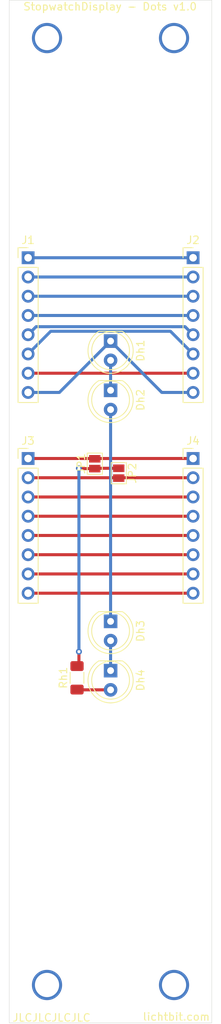
<source format=kicad_pcb>
(kicad_pcb (version 20171130) (host pcbnew 5.1.7-a382d34a8~87~ubuntu20.04.1)

  (general
    (thickness 1.6)
    (drawings 8)
    (tracks 47)
    (zones 0)
    (modules 11)
    (nets 22)
  )

  (page A4)
  (layers
    (0 F.Cu signal)
    (31 B.Cu signal)
    (32 B.Adhes user)
    (33 F.Adhes user)
    (34 B.Paste user)
    (35 F.Paste user)
    (36 B.SilkS user)
    (37 F.SilkS user)
    (38 B.Mask user)
    (39 F.Mask user)
    (40 Dwgs.User user)
    (41 Cmts.User user)
    (42 Eco1.User user)
    (43 Eco2.User user)
    (44 Edge.Cuts user)
    (45 Margin user)
    (46 B.CrtYd user)
    (47 F.CrtYd user)
    (48 B.Fab user)
    (49 F.Fab user)
  )

  (setup
    (last_trace_width 0.25)
    (user_trace_width 0.4)
    (trace_clearance 0.2)
    (zone_clearance 0.508)
    (zone_45_only no)
    (trace_min 0.2)
    (via_size 0.8)
    (via_drill 0.4)
    (via_min_size 0.4)
    (via_min_drill 0.3)
    (uvia_size 0.3)
    (uvia_drill 0.1)
    (uvias_allowed no)
    (uvia_min_size 0.2)
    (uvia_min_drill 0.1)
    (edge_width 0.05)
    (segment_width 0.2)
    (pcb_text_width 0.3)
    (pcb_text_size 1.5 1.5)
    (mod_edge_width 0.12)
    (mod_text_size 1 1)
    (mod_text_width 0.15)
    (pad_size 1.524 1.524)
    (pad_drill 0.762)
    (pad_to_mask_clearance 0.05)
    (aux_axis_origin 0 0)
    (visible_elements FFFDEFFF)
    (pcbplotparams
      (layerselection 0x010fc_ffffffff)
      (usegerberextensions false)
      (usegerberattributes true)
      (usegerberadvancedattributes true)
      (creategerberjobfile true)
      (excludeedgelayer true)
      (linewidth 0.100000)
      (plotframeref false)
      (viasonmask false)
      (mode 1)
      (useauxorigin false)
      (hpglpennumber 1)
      (hpglpenspeed 20)
      (hpglpendiameter 15.000000)
      (psnegative false)
      (psa4output false)
      (plotreference true)
      (plotvalue true)
      (plotinvisibletext false)
      (padsonsilk false)
      (subtractmaskfromsilk false)
      (outputformat 1)
      (mirror false)
      (drillshape 0)
      (scaleselection 1)
      (outputdirectory "gerber/"))
  )

  (net 0 "")
  (net 1 "Net-(J3-Pad1)")
  (net 2 "Net-(J3-Pad2)")
  (net 3 "Net-(J3-Pad3)")
  (net 4 "Net-(J3-Pad4)")
  (net 5 "Net-(J3-Pad5)")
  (net 6 "Net-(J3-Pad6)")
  (net 7 "Net-(J3-Pad7)")
  (net 8 "Net-(J3-Pad8)")
  (net 9 "Net-(JP1-Pad1)")
  (net 10 "Net-(Dh1-Pad2)")
  (net 11 "Net-(Dh1-Pad1)")
  (net 12 "Net-(Dh2-Pad2)")
  (net 13 "Net-(Dh3-Pad2)")
  (net 14 "Net-(Dh4-Pad2)")
  (net 15 "Net-(J1-Pad7)")
  (net 16 "Net-(J1-Pad6)")
  (net 17 "Net-(J1-Pad5)")
  (net 18 "Net-(J1-Pad4)")
  (net 19 "Net-(J1-Pad3)")
  (net 20 "Net-(J1-Pad2)")
  (net 21 "Net-(J1-Pad1)")

  (net_class Default "This is the default net class."
    (clearance 0.2)
    (trace_width 0.25)
    (via_dia 0.8)
    (via_drill 0.4)
    (uvia_dia 0.3)
    (uvia_drill 0.1)
    (add_net "Net-(Dh1-Pad1)")
    (add_net "Net-(Dh1-Pad2)")
    (add_net "Net-(Dh2-Pad2)")
    (add_net "Net-(Dh3-Pad2)")
    (add_net "Net-(Dh4-Pad2)")
    (add_net "Net-(J1-Pad1)")
    (add_net "Net-(J1-Pad2)")
    (add_net "Net-(J1-Pad3)")
    (add_net "Net-(J1-Pad4)")
    (add_net "Net-(J1-Pad5)")
    (add_net "Net-(J1-Pad6)")
    (add_net "Net-(J1-Pad7)")
    (add_net "Net-(J3-Pad1)")
    (add_net "Net-(J3-Pad2)")
    (add_net "Net-(J3-Pad3)")
    (add_net "Net-(J3-Pad4)")
    (add_net "Net-(J3-Pad5)")
    (add_net "Net-(J3-Pad6)")
    (add_net "Net-(J3-Pad7)")
    (add_net "Net-(J3-Pad8)")
    (add_net "Net-(JP1-Pad1)")
  )

  (module LED_THT:LED_D5.0mm_Clear (layer F.Cu) (tedit 5A6C9BC0) (tstamp 5F8FE621)
    (at 169.418 76.5 270)
    (descr "LED, diameter 5.0mm, 2 pins, http://cdn-reichelt.de/documents/datenblatt/A500/LL-504BC2E-009.pdf")
    (tags "LED diameter 5.0mm 2 pins")
    (path /5F921531)
    (fp_text reference Dh2 (at 1.27 -3.96 90) (layer F.SilkS)
      (effects (font (size 1 1) (thickness 0.15)))
    )
    (fp_text value LED (at 1.27 3.96 90) (layer F.Fab)
      (effects (font (size 1 1) (thickness 0.15)))
    )
    (fp_line (start -1.23 -1.469694) (end -1.23 1.469694) (layer F.Fab) (width 0.1))
    (fp_line (start -1.29 -1.545) (end -1.29 1.545) (layer F.SilkS) (width 0.12))
    (fp_line (start -1.95 -3.25) (end -1.95 3.25) (layer F.CrtYd) (width 0.05))
    (fp_line (start -1.95 3.25) (end 4.5 3.25) (layer F.CrtYd) (width 0.05))
    (fp_line (start 4.5 3.25) (end 4.5 -3.25) (layer F.CrtYd) (width 0.05))
    (fp_line (start 4.5 -3.25) (end -1.95 -3.25) (layer F.CrtYd) (width 0.05))
    (fp_circle (center 1.27 0) (end 3.77 0) (layer F.Fab) (width 0.1))
    (fp_circle (center 1.27 0) (end 3.77 0) (layer F.SilkS) (width 0.12))
    (fp_arc (start 1.27 0) (end -1.29 1.54483) (angle -148.9) (layer F.SilkS) (width 0.12))
    (fp_arc (start 1.27 0) (end -1.29 -1.54483) (angle 148.9) (layer F.SilkS) (width 0.12))
    (fp_arc (start 1.27 0) (end -1.23 -1.469694) (angle 299.1) (layer F.Fab) (width 0.1))
    (fp_text user %R (at 1.25 0 90) (layer F.Fab)
      (effects (font (size 0.8 0.8) (thickness 0.2)))
    )
    (pad 2 thru_hole circle (at 2.54 0 270) (size 1.8 1.8) (drill 0.9) (layers *.Cu *.Mask)
      (net 12 "Net-(Dh2-Pad2)"))
    (pad 1 thru_hole rect (at 0 0 270) (size 1.8 1.8) (drill 0.9) (layers *.Cu *.Mask)
      (net 10 "Net-(Dh1-Pad2)"))
    (model ${KISYS3DMOD}/LED_THT.3dshapes/LED_D5.0mm_Clear.wrl
      (at (xyz 0 0 0))
      (scale (xyz 1 1 1))
      (rotate (xyz 0 0 0))
    )
  )

  (module Resistor_SMD:R_1206_3216Metric_Pad1.30x1.75mm_HandSolder (layer F.Cu) (tedit 5F68FEEE) (tstamp 5F8FE716)
    (at 164.973 114.453 90)
    (descr "Resistor SMD 1206 (3216 Metric), square (rectangular) end terminal, IPC_7351 nominal with elongated pad for handsoldering. (Body size source: IPC-SM-782 page 72, https://www.pcb-3d.com/wordpress/wp-content/uploads/ipc-sm-782a_amendment_1_and_2.pdf), generated with kicad-footprint-generator")
    (tags "resistor handsolder")
    (path /5F92155B)
    (attr smd)
    (fp_text reference Rh1 (at 0 -1.82 90) (layer F.SilkS)
      (effects (font (size 1 1) (thickness 0.15)))
    )
    (fp_text value R (at 0 1.82 90) (layer F.Fab)
      (effects (font (size 1 1) (thickness 0.15)))
    )
    (fp_line (start -1.6 0.8) (end -1.6 -0.8) (layer F.Fab) (width 0.1))
    (fp_line (start -1.6 -0.8) (end 1.6 -0.8) (layer F.Fab) (width 0.1))
    (fp_line (start 1.6 -0.8) (end 1.6 0.8) (layer F.Fab) (width 0.1))
    (fp_line (start 1.6 0.8) (end -1.6 0.8) (layer F.Fab) (width 0.1))
    (fp_line (start -0.727064 -0.91) (end 0.727064 -0.91) (layer F.SilkS) (width 0.12))
    (fp_line (start -0.727064 0.91) (end 0.727064 0.91) (layer F.SilkS) (width 0.12))
    (fp_line (start -2.45 1.12) (end -2.45 -1.12) (layer F.CrtYd) (width 0.05))
    (fp_line (start -2.45 -1.12) (end 2.45 -1.12) (layer F.CrtYd) (width 0.05))
    (fp_line (start 2.45 -1.12) (end 2.45 1.12) (layer F.CrtYd) (width 0.05))
    (fp_line (start 2.45 1.12) (end -2.45 1.12) (layer F.CrtYd) (width 0.05))
    (fp_text user %R (at 0 0 90) (layer F.Fab)
      (effects (font (size 0.8 0.8) (thickness 0.12)))
    )
    (pad 2 smd roundrect (at 1.55 0 90) (size 1.3 1.75) (layers F.Cu F.Paste F.Mask) (roundrect_rratio 0.1923076923076923)
      (net 9 "Net-(JP1-Pad1)"))
    (pad 1 smd roundrect (at -1.55 0 90) (size 1.3 1.75) (layers F.Cu F.Paste F.Mask) (roundrect_rratio 0.1923076923076923)
      (net 14 "Net-(Dh4-Pad2)"))
    (model ${KISYS3DMOD}/Resistor_SMD.3dshapes/R_1206_3216Metric.wrl
      (at (xyz 0 0 0))
      (scale (xyz 1 1 1))
      (rotate (xyz 0 0 0))
    )
  )

  (module Jumper:SolderJumper-2_P1.3mm_Open_Pad1.0x1.5mm (layer F.Cu) (tedit 5A3EABFC) (tstamp 5F8FF665)
    (at 170.4975 87.4395 270)
    (descr "SMD Solder Jumper, 1x1.5mm Pads, 0.3mm gap, open")
    (tags "solder jumper open")
    (path /5FB2AA2C)
    (attr virtual)
    (fp_text reference JP2 (at 0 -1.8 90) (layer F.SilkS)
      (effects (font (size 1 1) (thickness 0.15)))
    )
    (fp_text value SolderJumper_2_Open (at 0 1.9 90) (layer F.Fab)
      (effects (font (size 1 1) (thickness 0.15)))
    )
    (fp_line (start -1.4 1) (end -1.4 -1) (layer F.SilkS) (width 0.12))
    (fp_line (start 1.4 1) (end -1.4 1) (layer F.SilkS) (width 0.12))
    (fp_line (start 1.4 -1) (end 1.4 1) (layer F.SilkS) (width 0.12))
    (fp_line (start -1.4 -1) (end 1.4 -1) (layer F.SilkS) (width 0.12))
    (fp_line (start -1.65 -1.25) (end 1.65 -1.25) (layer F.CrtYd) (width 0.05))
    (fp_line (start -1.65 -1.25) (end -1.65 1.25) (layer F.CrtYd) (width 0.05))
    (fp_line (start 1.65 1.25) (end 1.65 -1.25) (layer F.CrtYd) (width 0.05))
    (fp_line (start 1.65 1.25) (end -1.65 1.25) (layer F.CrtYd) (width 0.05))
    (pad 1 smd rect (at -0.65 0 270) (size 1 1.5) (layers F.Cu F.Mask)
      (net 9 "Net-(JP1-Pad1)"))
    (pad 2 smd rect (at 0.65 0 270) (size 1 1.5) (layers F.Cu F.Mask)
      (net 2 "Net-(J3-Pad2)"))
  )

  (module Jumper:SolderJumper-2_P1.3mm_Open_Pad1.0x1.5mm (layer F.Cu) (tedit 5A3EABFC) (tstamp 5F8FE6F7)
    (at 167.3225 86.1845 90)
    (descr "SMD Solder Jumper, 1x1.5mm Pads, 0.3mm gap, open")
    (tags "solder jumper open")
    (path /5FB301E8)
    (attr virtual)
    (fp_text reference JP1 (at 0 -1.8 90) (layer F.SilkS)
      (effects (font (size 1 1) (thickness 0.15)))
    )
    (fp_text value SolderJumper_2_Open (at 0 1.9 90) (layer F.Fab)
      (effects (font (size 1 1) (thickness 0.15)))
    )
    (fp_line (start -1.4 1) (end -1.4 -1) (layer F.SilkS) (width 0.12))
    (fp_line (start 1.4 1) (end -1.4 1) (layer F.SilkS) (width 0.12))
    (fp_line (start 1.4 -1) (end 1.4 1) (layer F.SilkS) (width 0.12))
    (fp_line (start -1.4 -1) (end 1.4 -1) (layer F.SilkS) (width 0.12))
    (fp_line (start -1.65 -1.25) (end 1.65 -1.25) (layer F.CrtYd) (width 0.05))
    (fp_line (start -1.65 -1.25) (end -1.65 1.25) (layer F.CrtYd) (width 0.05))
    (fp_line (start 1.65 1.25) (end 1.65 -1.25) (layer F.CrtYd) (width 0.05))
    (fp_line (start 1.65 1.25) (end -1.65 1.25) (layer F.CrtYd) (width 0.05))
    (pad 1 smd rect (at -0.65 0 90) (size 1 1.5) (layers F.Cu F.Mask)
      (net 9 "Net-(JP1-Pad1)"))
    (pad 2 smd rect (at 0.65 0 90) (size 1 1.5) (layers F.Cu F.Mask)
      (net 1 "Net-(J3-Pad1)"))
  )

  (module Connector_PinHeader_2.54mm:PinHeader_1x08_P2.54mm_Vertical (layer F.Cu) (tedit 59FED5CC) (tstamp 5F8FE6E9)
    (at 180.34 85.5)
    (descr "Through hole straight pin header, 1x08, 2.54mm pitch, single row")
    (tags "Through hole pin header THT 1x08 2.54mm single row")
    (path /5F921726)
    (fp_text reference J4 (at 0 -2.33) (layer F.SilkS)
      (effects (font (size 1 1) (thickness 0.15)))
    )
    (fp_text value Numbers (at 0 20.11) (layer F.Fab)
      (effects (font (size 1 1) (thickness 0.15)))
    )
    (fp_line (start -0.635 -1.27) (end 1.27 -1.27) (layer F.Fab) (width 0.1))
    (fp_line (start 1.27 -1.27) (end 1.27 19.05) (layer F.Fab) (width 0.1))
    (fp_line (start 1.27 19.05) (end -1.27 19.05) (layer F.Fab) (width 0.1))
    (fp_line (start -1.27 19.05) (end -1.27 -0.635) (layer F.Fab) (width 0.1))
    (fp_line (start -1.27 -0.635) (end -0.635 -1.27) (layer F.Fab) (width 0.1))
    (fp_line (start -1.33 19.11) (end 1.33 19.11) (layer F.SilkS) (width 0.12))
    (fp_line (start -1.33 1.27) (end -1.33 19.11) (layer F.SilkS) (width 0.12))
    (fp_line (start 1.33 1.27) (end 1.33 19.11) (layer F.SilkS) (width 0.12))
    (fp_line (start -1.33 1.27) (end 1.33 1.27) (layer F.SilkS) (width 0.12))
    (fp_line (start -1.33 0) (end -1.33 -1.33) (layer F.SilkS) (width 0.12))
    (fp_line (start -1.33 -1.33) (end 0 -1.33) (layer F.SilkS) (width 0.12))
    (fp_line (start -1.8 -1.8) (end -1.8 19.55) (layer F.CrtYd) (width 0.05))
    (fp_line (start -1.8 19.55) (end 1.8 19.55) (layer F.CrtYd) (width 0.05))
    (fp_line (start 1.8 19.55) (end 1.8 -1.8) (layer F.CrtYd) (width 0.05))
    (fp_line (start 1.8 -1.8) (end -1.8 -1.8) (layer F.CrtYd) (width 0.05))
    (fp_text user %R (at 0 8.89 90) (layer F.Fab)
      (effects (font (size 1 1) (thickness 0.15)))
    )
    (pad 8 thru_hole oval (at 0 17.78) (size 1.7 1.7) (drill 1) (layers *.Cu *.Mask)
      (net 8 "Net-(J3-Pad8)"))
    (pad 7 thru_hole oval (at 0 15.24) (size 1.7 1.7) (drill 1) (layers *.Cu *.Mask)
      (net 7 "Net-(J3-Pad7)"))
    (pad 6 thru_hole oval (at 0 12.7) (size 1.7 1.7) (drill 1) (layers *.Cu *.Mask)
      (net 6 "Net-(J3-Pad6)"))
    (pad 5 thru_hole oval (at 0 10.16) (size 1.7 1.7) (drill 1) (layers *.Cu *.Mask)
      (net 5 "Net-(J3-Pad5)"))
    (pad 4 thru_hole oval (at 0 7.62) (size 1.7 1.7) (drill 1) (layers *.Cu *.Mask)
      (net 4 "Net-(J3-Pad4)"))
    (pad 3 thru_hole oval (at 0 5.08) (size 1.7 1.7) (drill 1) (layers *.Cu *.Mask)
      (net 3 "Net-(J3-Pad3)"))
    (pad 2 thru_hole oval (at 0 2.54) (size 1.7 1.7) (drill 1) (layers *.Cu *.Mask)
      (net 2 "Net-(J3-Pad2)"))
    (pad 1 thru_hole rect (at 0 0) (size 1.7 1.7) (drill 1) (layers *.Cu *.Mask)
      (net 1 "Net-(J3-Pad1)"))
    (model ${KISYS3DMOD}/Connector_PinHeader_2.54mm.3dshapes/PinHeader_1x08_P2.54mm_Vertical.wrl
      (at (xyz 0 0 0))
      (scale (xyz 1 1 1))
      (rotate (xyz 0 0 0))
    )
  )

  (module Connector_PinHeader_2.54mm:PinHeader_1x08_P2.54mm_Vertical (layer F.Cu) (tedit 59FED5CC) (tstamp 5F8FE697)
    (at 180.34 59)
    (descr "Through hole straight pin header, 1x08, 2.54mm pitch, single row")
    (tags "Through hole pin header THT 1x08 2.54mm single row")
    (path /5F9216F5)
    (fp_text reference J2 (at 0 -2.33) (layer F.SilkS)
      (effects (font (size 1 1) (thickness 0.15)))
    )
    (fp_text value Segments (at 0 20.11) (layer F.Fab)
      (effects (font (size 1 1) (thickness 0.15)))
    )
    (fp_line (start 1.8 -1.8) (end -1.8 -1.8) (layer F.CrtYd) (width 0.05))
    (fp_line (start 1.8 19.55) (end 1.8 -1.8) (layer F.CrtYd) (width 0.05))
    (fp_line (start -1.8 19.55) (end 1.8 19.55) (layer F.CrtYd) (width 0.05))
    (fp_line (start -1.8 -1.8) (end -1.8 19.55) (layer F.CrtYd) (width 0.05))
    (fp_line (start -1.33 -1.33) (end 0 -1.33) (layer F.SilkS) (width 0.12))
    (fp_line (start -1.33 0) (end -1.33 -1.33) (layer F.SilkS) (width 0.12))
    (fp_line (start -1.33 1.27) (end 1.33 1.27) (layer F.SilkS) (width 0.12))
    (fp_line (start 1.33 1.27) (end 1.33 19.11) (layer F.SilkS) (width 0.12))
    (fp_line (start -1.33 1.27) (end -1.33 19.11) (layer F.SilkS) (width 0.12))
    (fp_line (start -1.33 19.11) (end 1.33 19.11) (layer F.SilkS) (width 0.12))
    (fp_line (start -1.27 -0.635) (end -0.635 -1.27) (layer F.Fab) (width 0.1))
    (fp_line (start -1.27 19.05) (end -1.27 -0.635) (layer F.Fab) (width 0.1))
    (fp_line (start 1.27 19.05) (end -1.27 19.05) (layer F.Fab) (width 0.1))
    (fp_line (start 1.27 -1.27) (end 1.27 19.05) (layer F.Fab) (width 0.1))
    (fp_line (start -0.635 -1.27) (end 1.27 -1.27) (layer F.Fab) (width 0.1))
    (fp_text user %R (at 0 8.89 90) (layer F.Fab)
      (effects (font (size 1 1) (thickness 0.15)))
    )
    (pad 1 thru_hole rect (at 0 0) (size 1.7 1.7) (drill 1) (layers *.Cu *.Mask)
      (net 21 "Net-(J1-Pad1)"))
    (pad 2 thru_hole oval (at 0 2.54) (size 1.7 1.7) (drill 1) (layers *.Cu *.Mask)
      (net 20 "Net-(J1-Pad2)"))
    (pad 3 thru_hole oval (at 0 5.08) (size 1.7 1.7) (drill 1) (layers *.Cu *.Mask)
      (net 19 "Net-(J1-Pad3)"))
    (pad 4 thru_hole oval (at 0 7.62) (size 1.7 1.7) (drill 1) (layers *.Cu *.Mask)
      (net 18 "Net-(J1-Pad4)"))
    (pad 5 thru_hole oval (at 0 10.16) (size 1.7 1.7) (drill 1) (layers *.Cu *.Mask)
      (net 17 "Net-(J1-Pad5)"))
    (pad 6 thru_hole oval (at 0 12.7) (size 1.7 1.7) (drill 1) (layers *.Cu *.Mask)
      (net 16 "Net-(J1-Pad6)"))
    (pad 7 thru_hole oval (at 0 15.24) (size 1.7 1.7) (drill 1) (layers *.Cu *.Mask)
      (net 15 "Net-(J1-Pad7)"))
    (pad 8 thru_hole oval (at 0 17.78) (size 1.7 1.7) (drill 1) (layers *.Cu *.Mask)
      (net 11 "Net-(Dh1-Pad1)"))
    (model ${KISYS3DMOD}/Connector_PinHeader_2.54mm.3dshapes/PinHeader_1x08_P2.54mm_Vertical.wrl
      (at (xyz 0 0 0))
      (scale (xyz 1 1 1))
      (rotate (xyz 0 0 0))
    )
  )

  (module LED_THT:LED_D5.0mm_Clear (layer F.Cu) (tedit 5A6C9BC0) (tstamp 5F8FE645)
    (at 169.418 113.5 270)
    (descr "LED, diameter 5.0mm, 2 pins, http://cdn-reichelt.de/documents/datenblatt/A500/LL-504BC2E-009.pdf")
    (tags "LED diameter 5.0mm 2 pins")
    (path /5F92153D)
    (fp_text reference Dh4 (at 1.27 -3.96 90) (layer F.SilkS)
      (effects (font (size 1 1) (thickness 0.15)))
    )
    (fp_text value LED (at 1.27 3.96 90) (layer F.Fab)
      (effects (font (size 1 1) (thickness 0.15)))
    )
    (fp_line (start -1.23 -1.469694) (end -1.23 1.469694) (layer F.Fab) (width 0.1))
    (fp_line (start -1.29 -1.545) (end -1.29 1.545) (layer F.SilkS) (width 0.12))
    (fp_line (start -1.95 -3.25) (end -1.95 3.25) (layer F.CrtYd) (width 0.05))
    (fp_line (start -1.95 3.25) (end 4.5 3.25) (layer F.CrtYd) (width 0.05))
    (fp_line (start 4.5 3.25) (end 4.5 -3.25) (layer F.CrtYd) (width 0.05))
    (fp_line (start 4.5 -3.25) (end -1.95 -3.25) (layer F.CrtYd) (width 0.05))
    (fp_circle (center 1.27 0) (end 3.77 0) (layer F.Fab) (width 0.1))
    (fp_circle (center 1.27 0) (end 3.77 0) (layer F.SilkS) (width 0.12))
    (fp_arc (start 1.27 0) (end -1.29 1.54483) (angle -148.9) (layer F.SilkS) (width 0.12))
    (fp_arc (start 1.27 0) (end -1.29 -1.54483) (angle 148.9) (layer F.SilkS) (width 0.12))
    (fp_arc (start 1.27 0) (end -1.23 -1.469694) (angle 299.1) (layer F.Fab) (width 0.1))
    (fp_text user %R (at 1.25 0 90) (layer F.Fab)
      (effects (font (size 0.8 0.8) (thickness 0.2)))
    )
    (pad 2 thru_hole circle (at 2.54 0 270) (size 1.8 1.8) (drill 0.9) (layers *.Cu *.Mask)
      (net 14 "Net-(Dh4-Pad2)"))
    (pad 1 thru_hole rect (at 0 0 270) (size 1.8 1.8) (drill 0.9) (layers *.Cu *.Mask)
      (net 13 "Net-(Dh3-Pad2)"))
    (model ${KISYS3DMOD}/LED_THT.3dshapes/LED_D5.0mm_Clear.wrl
      (at (xyz 0 0 0))
      (scale (xyz 1 1 1))
      (rotate (xyz 0 0 0))
    )
  )

  (module LED_THT:LED_D5.0mm_Clear (layer F.Cu) (tedit 5A6C9BC0) (tstamp 5F8FE633)
    (at 169.418 107 270)
    (descr "LED, diameter 5.0mm, 2 pins, http://cdn-reichelt.de/documents/datenblatt/A500/LL-504BC2E-009.pdf")
    (tags "LED diameter 5.0mm 2 pins")
    (path /5F921537)
    (fp_text reference Dh3 (at 1.27 -3.96 90) (layer F.SilkS)
      (effects (font (size 1 1) (thickness 0.15)))
    )
    (fp_text value LED (at 1.27 3.96 90) (layer F.Fab)
      (effects (font (size 1 1) (thickness 0.15)))
    )
    (fp_line (start -1.23 -1.469694) (end -1.23 1.469694) (layer F.Fab) (width 0.1))
    (fp_line (start -1.29 -1.545) (end -1.29 1.545) (layer F.SilkS) (width 0.12))
    (fp_line (start -1.95 -3.25) (end -1.95 3.25) (layer F.CrtYd) (width 0.05))
    (fp_line (start -1.95 3.25) (end 4.5 3.25) (layer F.CrtYd) (width 0.05))
    (fp_line (start 4.5 3.25) (end 4.5 -3.25) (layer F.CrtYd) (width 0.05))
    (fp_line (start 4.5 -3.25) (end -1.95 -3.25) (layer F.CrtYd) (width 0.05))
    (fp_circle (center 1.27 0) (end 3.77 0) (layer F.Fab) (width 0.1))
    (fp_circle (center 1.27 0) (end 3.77 0) (layer F.SilkS) (width 0.12))
    (fp_arc (start 1.27 0) (end -1.29 1.54483) (angle -148.9) (layer F.SilkS) (width 0.12))
    (fp_arc (start 1.27 0) (end -1.29 -1.54483) (angle 148.9) (layer F.SilkS) (width 0.12))
    (fp_arc (start 1.27 0) (end -1.23 -1.469694) (angle 299.1) (layer F.Fab) (width 0.1))
    (fp_text user %R (at 1.25 0 90) (layer F.Fab)
      (effects (font (size 0.8 0.8) (thickness 0.2)))
    )
    (pad 2 thru_hole circle (at 2.54 0 270) (size 1.8 1.8) (drill 0.9) (layers *.Cu *.Mask)
      (net 13 "Net-(Dh3-Pad2)"))
    (pad 1 thru_hole rect (at 0 0 270) (size 1.8 1.8) (drill 0.9) (layers *.Cu *.Mask)
      (net 12 "Net-(Dh2-Pad2)"))
    (model ${KISYS3DMOD}/LED_THT.3dshapes/LED_D5.0mm_Clear.wrl
      (at (xyz 0 0 0))
      (scale (xyz 1 1 1))
      (rotate (xyz 0 0 0))
    )
  )

  (module LED_THT:LED_D5.0mm_Clear (layer F.Cu) (tedit 5A6C9BC0) (tstamp 5F8FE60F)
    (at 169.418 70 270)
    (descr "LED, diameter 5.0mm, 2 pins, http://cdn-reichelt.de/documents/datenblatt/A500/LL-504BC2E-009.pdf")
    (tags "LED diameter 5.0mm 2 pins")
    (path /5F92152B)
    (fp_text reference Dh1 (at 1.27 -3.96 90) (layer F.SilkS)
      (effects (font (size 1 1) (thickness 0.15)))
    )
    (fp_text value LED (at 1.27 3.96 90) (layer F.Fab)
      (effects (font (size 1 1) (thickness 0.15)))
    )
    (fp_line (start -1.23 -1.469694) (end -1.23 1.469694) (layer F.Fab) (width 0.1))
    (fp_line (start -1.29 -1.545) (end -1.29 1.545) (layer F.SilkS) (width 0.12))
    (fp_line (start -1.95 -3.25) (end -1.95 3.25) (layer F.CrtYd) (width 0.05))
    (fp_line (start -1.95 3.25) (end 4.5 3.25) (layer F.CrtYd) (width 0.05))
    (fp_line (start 4.5 3.25) (end 4.5 -3.25) (layer F.CrtYd) (width 0.05))
    (fp_line (start 4.5 -3.25) (end -1.95 -3.25) (layer F.CrtYd) (width 0.05))
    (fp_circle (center 1.27 0) (end 3.77 0) (layer F.Fab) (width 0.1))
    (fp_circle (center 1.27 0) (end 3.77 0) (layer F.SilkS) (width 0.12))
    (fp_arc (start 1.27 0) (end -1.29 1.54483) (angle -148.9) (layer F.SilkS) (width 0.12))
    (fp_arc (start 1.27 0) (end -1.29 -1.54483) (angle 148.9) (layer F.SilkS) (width 0.12))
    (fp_arc (start 1.27 0) (end -1.23 -1.469694) (angle 299.1) (layer F.Fab) (width 0.1))
    (fp_text user %R (at 1.25 0 90) (layer F.Fab)
      (effects (font (size 0.8 0.8) (thickness 0.2)))
    )
    (pad 2 thru_hole circle (at 2.54 0 270) (size 1.8 1.8) (drill 0.9) (layers *.Cu *.Mask)
      (net 10 "Net-(Dh1-Pad2)"))
    (pad 1 thru_hole rect (at 0 0 270) (size 1.8 1.8) (drill 0.9) (layers *.Cu *.Mask)
      (net 11 "Net-(Dh1-Pad1)"))
    (model ${KISYS3DMOD}/LED_THT.3dshapes/LED_D5.0mm_Clear.wrl
      (at (xyz 0 0 0))
      (scale (xyz 1 1 1))
      (rotate (xyz 0 0 0))
    )
  )

  (module Connector_PinHeader_2.54mm:PinHeader_1x08_P2.54mm_Vertical (layer F.Cu) (tedit 59FED5CC) (tstamp 5F8F81B7)
    (at 158.496 85.5)
    (descr "Through hole straight pin header, 1x08, 2.54mm pitch, single row")
    (tags "Through hole pin header THT 1x08 2.54mm single row")
    (path /5F92172C)
    (fp_text reference J3 (at 0 -2.33) (layer F.SilkS)
      (effects (font (size 1 1) (thickness 0.15)))
    )
    (fp_text value Numbers (at 0 20.11) (layer F.Fab)
      (effects (font (size 1 1) (thickness 0.15)))
    )
    (fp_line (start 1.8 -1.8) (end -1.8 -1.8) (layer F.CrtYd) (width 0.05))
    (fp_line (start 1.8 19.55) (end 1.8 -1.8) (layer F.CrtYd) (width 0.05))
    (fp_line (start -1.8 19.55) (end 1.8 19.55) (layer F.CrtYd) (width 0.05))
    (fp_line (start -1.8 -1.8) (end -1.8 19.55) (layer F.CrtYd) (width 0.05))
    (fp_line (start -1.33 -1.33) (end 0 -1.33) (layer F.SilkS) (width 0.12))
    (fp_line (start -1.33 0) (end -1.33 -1.33) (layer F.SilkS) (width 0.12))
    (fp_line (start -1.33 1.27) (end 1.33 1.27) (layer F.SilkS) (width 0.12))
    (fp_line (start 1.33 1.27) (end 1.33 19.11) (layer F.SilkS) (width 0.12))
    (fp_line (start -1.33 1.27) (end -1.33 19.11) (layer F.SilkS) (width 0.12))
    (fp_line (start -1.33 19.11) (end 1.33 19.11) (layer F.SilkS) (width 0.12))
    (fp_line (start -1.27 -0.635) (end -0.635 -1.27) (layer F.Fab) (width 0.1))
    (fp_line (start -1.27 19.05) (end -1.27 -0.635) (layer F.Fab) (width 0.1))
    (fp_line (start 1.27 19.05) (end -1.27 19.05) (layer F.Fab) (width 0.1))
    (fp_line (start 1.27 -1.27) (end 1.27 19.05) (layer F.Fab) (width 0.1))
    (fp_line (start -0.635 -1.27) (end 1.27 -1.27) (layer F.Fab) (width 0.1))
    (fp_text user %R (at 0 8.89 90) (layer F.Fab)
      (effects (font (size 1 1) (thickness 0.15)))
    )
    (pad 8 thru_hole oval (at 0 17.78) (size 1.7 1.7) (drill 1) (layers *.Cu *.Mask)
      (net 8 "Net-(J3-Pad8)"))
    (pad 7 thru_hole oval (at 0 15.24) (size 1.7 1.7) (drill 1) (layers *.Cu *.Mask)
      (net 7 "Net-(J3-Pad7)"))
    (pad 6 thru_hole oval (at 0 12.7) (size 1.7 1.7) (drill 1) (layers *.Cu *.Mask)
      (net 6 "Net-(J3-Pad6)"))
    (pad 5 thru_hole oval (at 0 10.16) (size 1.7 1.7) (drill 1) (layers *.Cu *.Mask)
      (net 5 "Net-(J3-Pad5)"))
    (pad 4 thru_hole oval (at 0 7.62) (size 1.7 1.7) (drill 1) (layers *.Cu *.Mask)
      (net 4 "Net-(J3-Pad4)"))
    (pad 3 thru_hole oval (at 0 5.08) (size 1.7 1.7) (drill 1) (layers *.Cu *.Mask)
      (net 3 "Net-(J3-Pad3)"))
    (pad 2 thru_hole oval (at 0 2.54) (size 1.7 1.7) (drill 1) (layers *.Cu *.Mask)
      (net 2 "Net-(J3-Pad2)"))
    (pad 1 thru_hole rect (at 0 0) (size 1.7 1.7) (drill 1) (layers *.Cu *.Mask)
      (net 1 "Net-(J3-Pad1)"))
    (model ${KISYS3DMOD}/Connector_PinHeader_2.54mm.3dshapes/PinHeader_1x08_P2.54mm_Vertical.wrl
      (at (xyz 0 0 0))
      (scale (xyz 1 1 1))
      (rotate (xyz 0 0 0))
    )
  )

  (module Connector_PinHeader_2.54mm:PinHeader_1x08_P2.54mm_Vertical (layer F.Cu) (tedit 59FED5CC) (tstamp 5F8F817F)
    (at 158.496 59)
    (descr "Through hole straight pin header, 1x08, 2.54mm pitch, single row")
    (tags "Through hole pin header THT 1x08 2.54mm single row")
    (path /5F9216EF)
    (fp_text reference J1 (at 0 -2.33) (layer F.SilkS)
      (effects (font (size 1 1) (thickness 0.15)))
    )
    (fp_text value Segments (at 0 20.11) (layer F.Fab)
      (effects (font (size 1 1) (thickness 0.15)))
    )
    (fp_line (start 1.8 -1.8) (end -1.8 -1.8) (layer F.CrtYd) (width 0.05))
    (fp_line (start 1.8 19.55) (end 1.8 -1.8) (layer F.CrtYd) (width 0.05))
    (fp_line (start -1.8 19.55) (end 1.8 19.55) (layer F.CrtYd) (width 0.05))
    (fp_line (start -1.8 -1.8) (end -1.8 19.55) (layer F.CrtYd) (width 0.05))
    (fp_line (start -1.33 -1.33) (end 0 -1.33) (layer F.SilkS) (width 0.12))
    (fp_line (start -1.33 0) (end -1.33 -1.33) (layer F.SilkS) (width 0.12))
    (fp_line (start -1.33 1.27) (end 1.33 1.27) (layer F.SilkS) (width 0.12))
    (fp_line (start 1.33 1.27) (end 1.33 19.11) (layer F.SilkS) (width 0.12))
    (fp_line (start -1.33 1.27) (end -1.33 19.11) (layer F.SilkS) (width 0.12))
    (fp_line (start -1.33 19.11) (end 1.33 19.11) (layer F.SilkS) (width 0.12))
    (fp_line (start -1.27 -0.635) (end -0.635 -1.27) (layer F.Fab) (width 0.1))
    (fp_line (start -1.27 19.05) (end -1.27 -0.635) (layer F.Fab) (width 0.1))
    (fp_line (start 1.27 19.05) (end -1.27 19.05) (layer F.Fab) (width 0.1))
    (fp_line (start 1.27 -1.27) (end 1.27 19.05) (layer F.Fab) (width 0.1))
    (fp_line (start -0.635 -1.27) (end 1.27 -1.27) (layer F.Fab) (width 0.1))
    (fp_text user %R (at 0 8.89 90) (layer F.Fab)
      (effects (font (size 1 1) (thickness 0.15)))
    )
    (pad 8 thru_hole oval (at 0 17.78) (size 1.7 1.7) (drill 1) (layers *.Cu *.Mask)
      (net 11 "Net-(Dh1-Pad1)"))
    (pad 7 thru_hole oval (at 0 15.24) (size 1.7 1.7) (drill 1) (layers *.Cu *.Mask)
      (net 15 "Net-(J1-Pad7)"))
    (pad 6 thru_hole oval (at 0 12.7) (size 1.7 1.7) (drill 1) (layers *.Cu *.Mask)
      (net 16 "Net-(J1-Pad6)"))
    (pad 5 thru_hole oval (at 0 10.16) (size 1.7 1.7) (drill 1) (layers *.Cu *.Mask)
      (net 17 "Net-(J1-Pad5)"))
    (pad 4 thru_hole oval (at 0 7.62) (size 1.7 1.7) (drill 1) (layers *.Cu *.Mask)
      (net 18 "Net-(J1-Pad4)"))
    (pad 3 thru_hole oval (at 0 5.08) (size 1.7 1.7) (drill 1) (layers *.Cu *.Mask)
      (net 19 "Net-(J1-Pad3)"))
    (pad 2 thru_hole oval (at 0 2.54) (size 1.7 1.7) (drill 1) (layers *.Cu *.Mask)
      (net 20 "Net-(J1-Pad2)"))
    (pad 1 thru_hole rect (at 0 0) (size 1.7 1.7) (drill 1) (layers *.Cu *.Mask)
      (net 21 "Net-(J1-Pad1)"))
    (model ${KISYS3DMOD}/Connector_PinHeader_2.54mm.3dshapes/PinHeader_1x08_P2.54mm_Vertical.wrl
      (at (xyz 0 0 0))
      (scale (xyz 1 1 1))
      (rotate (xyz 0 0 0))
    )
  )

  (gr_text "StopwatchDisplay - Dots v1.0" (at 169.3545 25.8445) (layer F.SilkS)
    (effects (font (size 1 1) (thickness 0.15)))
  )
  (gr_text lichtbit.com (at 178.1175 159.1945) (layer F.SilkS)
    (effects (font (size 1 1) (thickness 0.15)))
  )
  (gr_text JLCJLCJLCJLC (at 161.6075 159.3215) (layer F.SilkS)
    (effects (font (size 1 1) (thickness 0.15)))
  )
  (gr_line (start 182.8165 160) (end 182.8165 159.004) (layer Edge.Cuts) (width 0.05) (tstamp 5F8FF34D))
  (gr_line (start 156 160) (end 182.8165 160) (layer Edge.Cuts) (width 0.05))
  (gr_line (start 182.8165 25) (end 182.8165 159.004) (layer Edge.Cuts) (width 0.05))
  (gr_line (start 156 25) (end 182.8165 25) (layer Edge.Cuts) (width 0.05))
  (gr_line (start 156 25) (end 156 160) (layer Edge.Cuts) (width 0.05))

  (via (at 177.8165 155) (size 4) (drill 3.2) (layers F.Cu B.Cu) (net 0))
  (via (at 161 155) (size 4) (drill 3.2) (layers F.Cu B.Cu) (net 0) (tstamp 5F8FE9B3))
  (via (at 161 30) (size 4) (drill 3.2) (layers F.Cu B.Cu) (net 0) (tstamp 5F8FE9B3))
  (via (at 177.8165 30) (size 4) (drill 3.2) (layers F.Cu B.Cu) (net 0) (tstamp 5F8FE9B3))
  (segment (start 167.288 85.5) (end 167.3225 85.5345) (width 0.4) (layer F.Cu) (net 1))
  (segment (start 158.496 85.5) (end 167.288 85.5) (width 0.4) (layer F.Cu) (net 1))
  (segment (start 167.357 85.5) (end 167.3225 85.5345) (width 0.4) (layer F.Cu) (net 1))
  (segment (start 180.34 85.5) (end 167.357 85.5) (width 0.4) (layer F.Cu) (net 1))
  (segment (start 170.448 88.04) (end 170.4975 88.0895) (width 0.4) (layer F.Cu) (net 2))
  (segment (start 158.496 88.04) (end 170.448 88.04) (width 0.4) (layer F.Cu) (net 2))
  (segment (start 170.547 88.04) (end 170.4975 88.0895) (width 0.4) (layer F.Cu) (net 2))
  (segment (start 180.34 88.04) (end 170.547 88.04) (width 0.4) (layer F.Cu) (net 2))
  (segment (start 158.496 90.58) (end 180.34 90.58) (width 0.4) (layer F.Cu) (net 3))
  (segment (start 180.34 93.12) (end 158.496 93.12) (width 0.4) (layer F.Cu) (net 4))
  (segment (start 158.496 95.66) (end 180.34 95.66) (width 0.4) (layer F.Cu) (net 5))
  (segment (start 180.34 98.2) (end 158.496 98.2) (width 0.4) (layer F.Cu) (net 6))
  (segment (start 158.496 100.74) (end 180.34 100.74) (width 0.4) (layer F.Cu) (net 7))
  (segment (start 180.34 103.28) (end 158.496 103.28) (width 0.4) (layer F.Cu) (net 8))
  (segment (start 167.3675 86.7895) (end 167.3225 86.8345) (width 0.4) (layer F.Cu) (net 9))
  (segment (start 170.4975 86.7895) (end 167.3675 86.7895) (width 0.4) (layer F.Cu) (net 9))
  (via (at 165.227 86.8045) (size 0.8) (drill 0.4) (layers F.Cu B.Cu) (net 9))
  (segment (start 165.257 86.8345) (end 165.227 86.8045) (width 0.4) (layer F.Cu) (net 9))
  (segment (start 167.3225 86.8345) (end 165.257 86.8345) (width 0.4) (layer F.Cu) (net 9))
  (via (at 165.227 110.998) (size 0.8) (drill 0.4) (layers F.Cu B.Cu) (net 9))
  (segment (start 165.227 86.8045) (end 165.227 110.998) (width 0.4) (layer B.Cu) (net 9))
  (segment (start 165.227 112.649) (end 164.973 112.903) (width 0.4) (layer F.Cu) (net 9))
  (segment (start 165.227 110.998) (end 165.227 112.649) (width 0.4) (layer F.Cu) (net 9))
  (segment (start 169.418 72.54) (end 169.418 76.5) (width 0.4) (layer B.Cu) (net 10))
  (segment (start 162.638 76.78) (end 169.418 70) (width 0.4) (layer B.Cu) (net 11))
  (segment (start 158.496 76.78) (end 162.638 76.78) (width 0.4) (layer B.Cu) (net 11))
  (segment (start 176.198 76.78) (end 169.418 70) (width 0.4) (layer B.Cu) (net 11))
  (segment (start 180.34 76.78) (end 176.198 76.78) (width 0.4) (layer B.Cu) (net 11))
  (segment (start 169.418 107) (end 169.418 79.04) (width 0.4) (layer B.Cu) (net 12))
  (segment (start 169.418 109.54) (end 169.418 113.5) (width 0.4) (layer B.Cu) (net 13))
  (segment (start 165.01 116.04) (end 164.973 116.003) (width 0.4) (layer F.Cu) (net 14))
  (segment (start 169.418 116.04) (end 165.01 116.04) (width 0.4) (layer F.Cu) (net 14))
  (segment (start 158.496 74.24) (end 180.34 74.24) (width 0.4) (layer F.Cu) (net 15))
  (segment (start 177.339999 68.699999) (end 180.34 71.7) (width 0.4) (layer B.Cu) (net 16))
  (segment (start 161.496001 68.699999) (end 177.339999 68.699999) (width 0.4) (layer B.Cu) (net 16))
  (segment (start 158.496 71.7) (end 161.496001 68.699999) (width 0.4) (layer B.Cu) (net 16))
  (segment (start 179.279989 68.099989) (end 180.34 69.16) (width 0.4) (layer B.Cu) (net 17))
  (segment (start 159.556011 68.099989) (end 179.279989 68.099989) (width 0.4) (layer B.Cu) (net 17))
  (segment (start 158.496 69.16) (end 159.556011 68.099989) (width 0.4) (layer B.Cu) (net 17))
  (segment (start 180.34 66.62) (end 158.496 66.62) (width 0.4) (layer B.Cu) (net 18))
  (segment (start 158.496 64.08) (end 180.34 64.08) (width 0.4) (layer B.Cu) (net 19))
  (segment (start 180.34 61.54) (end 158.496 61.54) (width 0.4) (layer B.Cu) (net 20))
  (segment (start 158.496 59) (end 180.34 59) (width 0.4) (layer B.Cu) (net 21))

)

</source>
